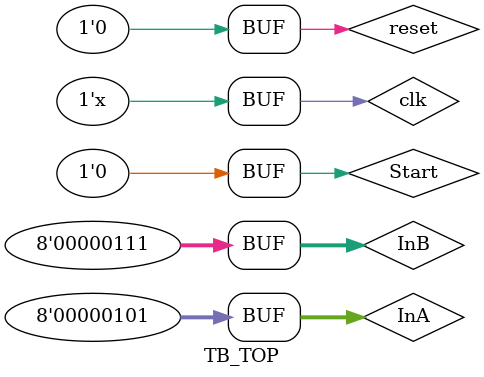
<source format=v>
`timescale 1ns / 1ps
module TB_TOP();

	reg clk,reset,Start;
	reg [7:0] InA,InB;
	wire [7:0] Out;
	wire Busy;

	TOP uut (clk,reset ,Start ,InA ,InB ,Busy ,Out );
	always #(10) clk = ~clk;

	initial begin
		clk = 0;
		reset = 1;
		InA = 0;
		InB = 0;
		Start = 0;
		#20;
        		reset = 0;

		Start = 1;
		InA = 8'd5; 
		InB = 8'd7; 	
		#20		
		Start = 0;
		#1000;		
	end	     
endmodule



</source>
